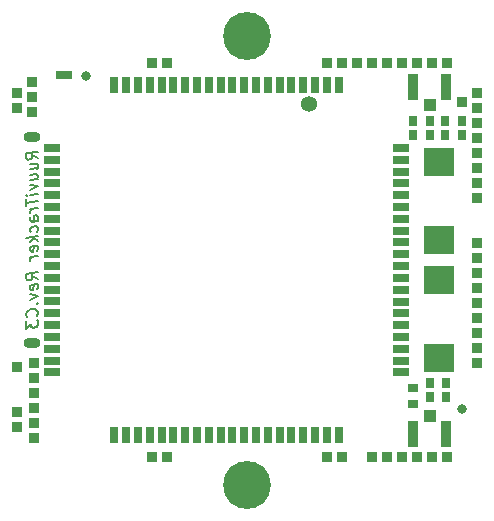
<source format=gbs>
G04 (created by PCBNEW (2013-jul-07)-stable) date su 14. joulukuuta 2014 12.55.15*
%MOIN*%
G04 Gerber Fmt 3.4, Leading zero omitted, Abs format*
%FSLAX34Y34*%
G01*
G70*
G90*
G04 APERTURE LIST*
%ADD10C,0.000787402*%
%ADD11C,0.00590551*%
%ADD12R,0.0377622X0.0377622*%
%ADD13R,0.100762X0.0968622*%
%ADD14R,0.0299622X0.0337622*%
%ADD15R,0.0337622X0.0299622*%
%ADD16R,0.0259622X0.0574803*%
%ADD17R,0.0574803X0.0259622*%
%ADD18R,0.0417323X0.0437008*%
%ADD19R,0.0358268X0.0889764*%
%ADD20C,0.0535433*%
%ADD21O,0.0574803X0.0338583*%
%ADD22C,0.0317*%
%ADD23C,0.159843*%
%ADD24R,0.0535433X0.0299213*%
%ADD25R,0.0141732X0.0220472*%
%ADD26R,0.0377953X0.0102362*%
%ADD27R,0.0102362X0.0102362*%
G04 APERTURE END LIST*
G54D10*
G54D11*
X73639Y-32431D02*
X73452Y-32323D01*
X73639Y-32206D02*
X73245Y-32255D01*
X73245Y-32405D01*
X73264Y-32440D01*
X73283Y-32457D01*
X73320Y-32471D01*
X73377Y-32464D01*
X73414Y-32440D01*
X73433Y-32419D01*
X73452Y-32379D01*
X73452Y-32229D01*
X73377Y-32801D02*
X73639Y-32768D01*
X73377Y-32633D02*
X73583Y-32607D01*
X73620Y-32621D01*
X73639Y-32656D01*
X73639Y-32712D01*
X73620Y-32752D01*
X73602Y-32773D01*
X73377Y-33157D02*
X73639Y-33125D01*
X73377Y-32989D02*
X73583Y-32963D01*
X73620Y-32977D01*
X73639Y-33012D01*
X73639Y-33068D01*
X73620Y-33108D01*
X73602Y-33129D01*
X73377Y-33307D02*
X73639Y-33368D01*
X73377Y-33495D01*
X73639Y-33612D02*
X73377Y-33645D01*
X73245Y-33661D02*
X73264Y-33640D01*
X73283Y-33657D01*
X73264Y-33678D01*
X73245Y-33661D01*
X73283Y-33657D01*
X73245Y-33793D02*
X73245Y-34018D01*
X73639Y-33856D02*
X73245Y-33905D01*
X73639Y-34100D02*
X73377Y-34132D01*
X73452Y-34123D02*
X73414Y-34146D01*
X73395Y-34168D01*
X73377Y-34207D01*
X73377Y-34245D01*
X73639Y-34512D02*
X73433Y-34538D01*
X73395Y-34524D01*
X73377Y-34489D01*
X73377Y-34414D01*
X73395Y-34374D01*
X73620Y-34514D02*
X73639Y-34475D01*
X73639Y-34381D01*
X73620Y-34346D01*
X73583Y-34332D01*
X73545Y-34336D01*
X73508Y-34360D01*
X73489Y-34400D01*
X73489Y-34493D01*
X73470Y-34533D01*
X73620Y-34871D02*
X73639Y-34831D01*
X73639Y-34756D01*
X73620Y-34721D01*
X73602Y-34704D01*
X73564Y-34690D01*
X73452Y-34704D01*
X73414Y-34728D01*
X73395Y-34749D01*
X73377Y-34789D01*
X73377Y-34864D01*
X73395Y-34899D01*
X73639Y-35037D02*
X73245Y-35086D01*
X73489Y-35093D02*
X73639Y-35187D01*
X73377Y-35220D02*
X73527Y-35051D01*
X73620Y-35508D02*
X73639Y-35468D01*
X73639Y-35393D01*
X73620Y-35358D01*
X73583Y-35344D01*
X73433Y-35363D01*
X73395Y-35386D01*
X73377Y-35426D01*
X73377Y-35501D01*
X73395Y-35536D01*
X73433Y-35550D01*
X73470Y-35545D01*
X73508Y-35353D01*
X73639Y-35693D02*
X73377Y-35726D01*
X73452Y-35717D02*
X73414Y-35740D01*
X73395Y-35761D01*
X73377Y-35801D01*
X73377Y-35838D01*
X73639Y-36462D02*
X73452Y-36354D01*
X73639Y-36237D02*
X73245Y-36286D01*
X73245Y-36436D01*
X73264Y-36471D01*
X73283Y-36488D01*
X73320Y-36502D01*
X73377Y-36495D01*
X73414Y-36471D01*
X73433Y-36450D01*
X73452Y-36410D01*
X73452Y-36260D01*
X73620Y-36783D02*
X73639Y-36743D01*
X73639Y-36668D01*
X73620Y-36633D01*
X73583Y-36619D01*
X73433Y-36638D01*
X73395Y-36661D01*
X73377Y-36701D01*
X73377Y-36776D01*
X73395Y-36811D01*
X73433Y-36825D01*
X73470Y-36820D01*
X73508Y-36628D01*
X73377Y-36963D02*
X73639Y-37024D01*
X73377Y-37151D01*
X73602Y-37273D02*
X73620Y-37289D01*
X73639Y-37268D01*
X73620Y-37252D01*
X73602Y-37273D01*
X73639Y-37268D01*
X73602Y-37685D02*
X73620Y-37664D01*
X73639Y-37605D01*
X73639Y-37568D01*
X73620Y-37514D01*
X73583Y-37481D01*
X73545Y-37467D01*
X73470Y-37458D01*
X73414Y-37465D01*
X73339Y-37493D01*
X73302Y-37516D01*
X73264Y-37559D01*
X73245Y-37617D01*
X73245Y-37655D01*
X73264Y-37708D01*
X73283Y-37725D01*
X73245Y-37861D02*
X73245Y-38105D01*
X73395Y-37955D01*
X73395Y-38011D01*
X73414Y-38046D01*
X73433Y-38062D01*
X73470Y-38076D01*
X73564Y-38065D01*
X73602Y-38041D01*
X73620Y-38020D01*
X73639Y-37980D01*
X73639Y-37868D01*
X73620Y-37833D01*
X73602Y-37816D01*
G54D12*
X73500Y-41250D03*
X73500Y-41750D03*
X73425Y-30893D03*
X73425Y-30393D03*
X73425Y-29893D03*
X73500Y-40250D03*
X73500Y-40750D03*
X73500Y-39750D03*
X73500Y-39250D03*
G54D13*
X87007Y-35157D03*
X87007Y-32559D03*
X87007Y-36496D03*
X87007Y-39094D03*
G54D14*
X87244Y-39921D03*
X86692Y-39921D03*
X86693Y-31653D03*
X86141Y-31653D03*
X87244Y-40393D03*
X86692Y-40393D03*
X87756Y-31653D03*
X87204Y-31653D03*
G54D15*
X86141Y-40630D03*
X86141Y-40078D03*
G54D14*
X86693Y-31181D03*
X86141Y-31181D03*
X87756Y-31181D03*
X87204Y-31181D03*
G54D12*
X87755Y-30551D03*
G54D16*
X83661Y-41653D03*
X83267Y-41652D03*
X82874Y-41652D03*
X82480Y-41652D03*
X82086Y-41652D03*
X81692Y-41652D03*
X81299Y-41652D03*
X80905Y-41652D03*
X80511Y-41652D03*
X80118Y-41652D03*
X79724Y-41652D03*
X79330Y-41652D03*
X78937Y-41652D03*
X78543Y-41652D03*
X78149Y-41652D03*
X77755Y-41652D03*
X77362Y-41652D03*
X76968Y-41652D03*
X76574Y-41652D03*
X76181Y-41652D03*
G54D17*
X74094Y-39565D03*
X74094Y-39171D03*
X74094Y-38777D03*
X74094Y-38384D03*
X74094Y-37990D03*
X74094Y-37596D03*
X74094Y-37203D03*
X74094Y-36809D03*
X74094Y-36415D03*
X74094Y-36022D03*
X74094Y-35628D03*
X74094Y-35234D03*
X74094Y-34840D03*
X74094Y-34447D03*
X74094Y-34053D03*
X74094Y-33659D03*
X74094Y-33266D03*
X74094Y-32872D03*
X74094Y-32478D03*
X74094Y-32085D03*
G54D16*
X76181Y-29998D03*
X76575Y-29998D03*
X76968Y-29998D03*
X77362Y-29998D03*
X77756Y-29998D03*
X78150Y-29998D03*
X78543Y-29998D03*
X78937Y-29998D03*
X79331Y-29998D03*
X79724Y-29998D03*
X80118Y-29998D03*
X80512Y-29998D03*
X80905Y-29998D03*
X81299Y-29998D03*
X81693Y-29998D03*
X82087Y-29998D03*
X82480Y-29998D03*
X82874Y-29998D03*
X83268Y-29998D03*
X83661Y-29998D03*
G54D17*
X85748Y-32086D03*
X85748Y-32479D03*
X85748Y-32873D03*
X85748Y-33267D03*
X85748Y-33660D03*
X85748Y-34054D03*
X85748Y-34448D03*
X85748Y-34841D03*
X85748Y-35235D03*
X85748Y-35629D03*
X85748Y-36023D03*
X85748Y-36416D03*
X85748Y-36810D03*
X85748Y-37204D03*
X85748Y-37597D03*
X85748Y-37991D03*
X85748Y-38385D03*
X85748Y-38778D03*
X85748Y-39172D03*
X85748Y-39566D03*
G54D18*
X86692Y-41013D03*
G54D19*
X86151Y-41614D03*
X87234Y-41614D03*
G54D18*
X86692Y-30639D03*
G54D19*
X87234Y-30039D03*
X86151Y-30039D03*
G54D20*
X82677Y-30629D03*
G54D21*
X73443Y-31731D03*
X73443Y-38581D03*
G54D22*
X75236Y-29685D03*
X87755Y-40787D03*
G54D12*
X88268Y-36252D03*
X88268Y-35752D03*
X88268Y-35252D03*
X87268Y-42402D03*
X86768Y-42402D03*
X87268Y-29252D03*
X88268Y-31752D03*
X88268Y-31252D03*
X83768Y-42402D03*
X83268Y-42402D03*
X88268Y-33752D03*
X85768Y-29252D03*
X88268Y-32752D03*
X88268Y-32252D03*
X88268Y-33252D03*
X85768Y-42402D03*
X85268Y-42402D03*
X84768Y-29252D03*
X83768Y-29252D03*
X84268Y-29252D03*
X88268Y-30752D03*
X88268Y-30252D03*
X85268Y-29252D03*
X86268Y-42402D03*
X86768Y-29252D03*
X84768Y-42402D03*
X72953Y-30252D03*
X72953Y-30752D03*
X88268Y-37752D03*
X72953Y-40901D03*
X72953Y-41401D03*
X86268Y-29252D03*
X83268Y-29252D03*
X88268Y-36752D03*
X88268Y-37252D03*
G54D23*
X80610Y-28346D03*
X80610Y-43307D03*
G54D12*
X77452Y-42401D03*
X77952Y-42401D03*
G54D24*
X74488Y-29645D03*
G54D25*
X74685Y-29685D03*
G54D26*
X74566Y-29547D03*
G54D27*
X74547Y-29665D03*
X74429Y-29625D03*
G54D26*
X74409Y-29744D03*
G54D25*
X74291Y-29606D03*
G54D12*
X88267Y-38251D03*
X88267Y-39251D03*
X88267Y-38751D03*
X77452Y-29251D03*
X72952Y-39401D03*
X77952Y-29251D03*
M02*

</source>
